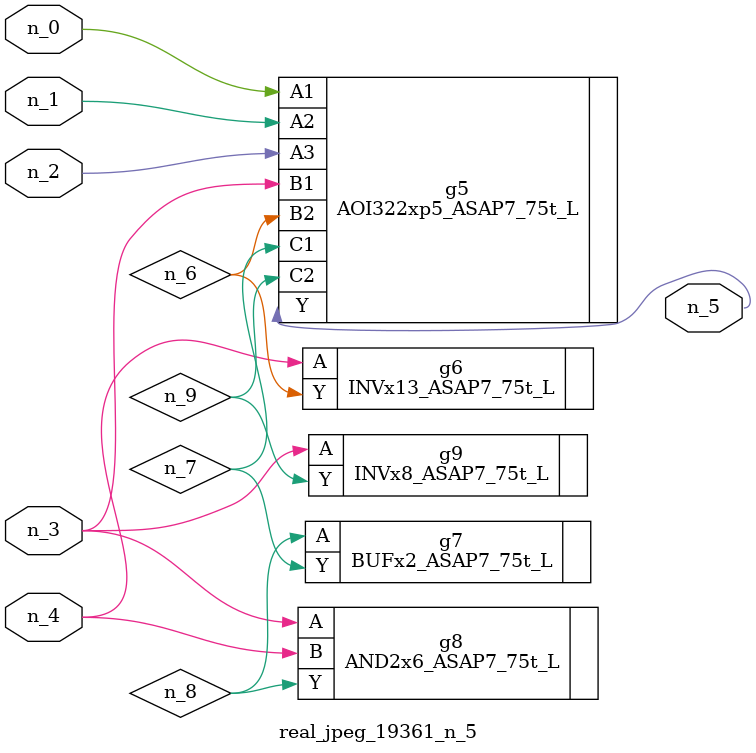
<source format=v>
module real_jpeg_19361_n_5 (n_4, n_0, n_1, n_2, n_3, n_5);

input n_4;
input n_0;
input n_1;
input n_2;
input n_3;

output n_5;

wire n_8;
wire n_6;
wire n_7;
wire n_9;

AOI322xp5_ASAP7_75t_L g5 ( 
.A1(n_0),
.A2(n_1),
.A3(n_2),
.B1(n_3),
.B2(n_6),
.C1(n_7),
.C2(n_9),
.Y(n_5)
);

AND2x6_ASAP7_75t_L g8 ( 
.A(n_3),
.B(n_4),
.Y(n_8)
);

INVx8_ASAP7_75t_L g9 ( 
.A(n_3),
.Y(n_9)
);

INVx13_ASAP7_75t_L g6 ( 
.A(n_4),
.Y(n_6)
);

BUFx2_ASAP7_75t_L g7 ( 
.A(n_8),
.Y(n_7)
);


endmodule
</source>
